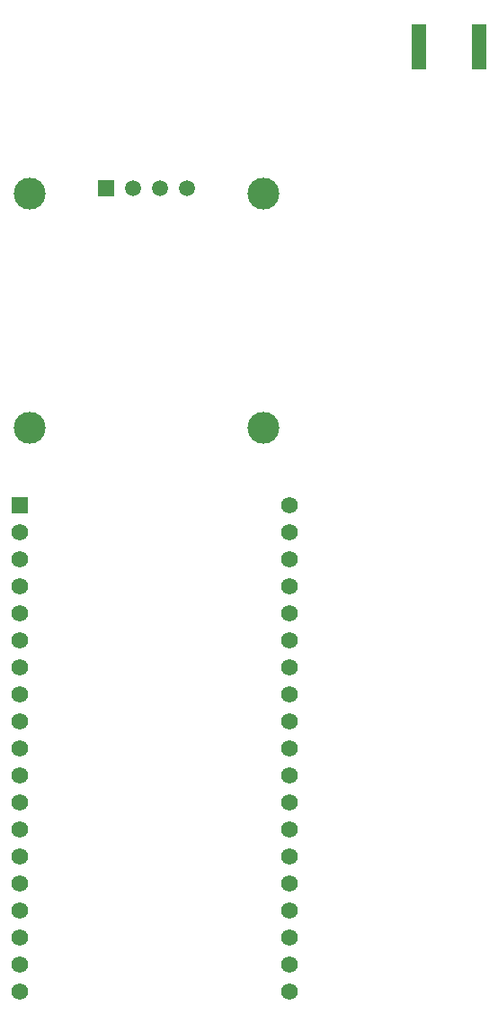
<source format=gbr>
%TF.GenerationSoftware,KiCad,Pcbnew,8.0.8*%
%TF.CreationDate,2025-03-27T02:04:05-07:00*%
%TF.ProjectId,basicPCB,62617369-6350-4434-922e-6b696361645f,rev?*%
%TF.SameCoordinates,Original*%
%TF.FileFunction,Copper,L2,Bot*%
%TF.FilePolarity,Positive*%
%FSLAX46Y46*%
G04 Gerber Fmt 4.6, Leading zero omitted, Abs format (unit mm)*
G04 Created by KiCad (PCBNEW 8.0.8) date 2025-03-27 02:04:05*
%MOMM*%
%LPD*%
G01*
G04 APERTURE LIST*
%TA.AperFunction,ComponentPad*%
%ADD10R,1.560000X1.560000*%
%TD*%
%TA.AperFunction,ComponentPad*%
%ADD11C,1.560000*%
%TD*%
%TA.AperFunction,SMDPad,CuDef*%
%ADD12R,1.350000X4.200000*%
%TD*%
%TA.AperFunction,ComponentPad*%
%ADD13R,1.508000X1.508000*%
%TD*%
%TA.AperFunction,ComponentPad*%
%ADD14C,1.508000*%
%TD*%
%TA.AperFunction,ComponentPad*%
%ADD15C,3.000000*%
%TD*%
G04 APERTURE END LIST*
D10*
%TO.P,U1,1,3V3*%
%TO.N,+3.3V*%
X83100000Y-99280000D03*
D11*
%TO.P,U1,2,EN*%
%TO.N,unconnected-(U1-EN-Pad2)*%
X83100000Y-101820000D03*
%TO.P,U1,3,VP*%
%TO.N,unconnected-(U1-VP-Pad3)*%
X83100000Y-104360000D03*
%TO.P,U1,4,VN*%
%TO.N,unconnected-(U1-VN-Pad4)*%
X83100000Y-106900000D03*
%TO.P,U1,5,34*%
%TO.N,unconnected-(U1-34-Pad5)*%
X83100000Y-109440000D03*
%TO.P,U1,6,35*%
%TO.N,unconnected-(U1-35-Pad6)*%
X83100000Y-111980000D03*
%TO.P,U1,7,32*%
%TO.N,unconnected-(U1-32-Pad7)*%
X83100000Y-114520000D03*
%TO.P,U1,8,33*%
%TO.N,unconnected-(U1-33-Pad8)*%
X83100000Y-117060000D03*
%TO.P,U1,9,25*%
%TO.N,unconnected-(U1-25-Pad9)*%
X83100000Y-119600000D03*
%TO.P,U1,10,26*%
%TO.N,unconnected-(U1-26-Pad10)*%
X83100000Y-122140000D03*
%TO.P,U1,11,27*%
%TO.N,unconnected-(U1-27-Pad11)*%
X83100000Y-124680000D03*
%TO.P,U1,12,14*%
%TO.N,unconnected-(U1-14-Pad12)*%
X83100000Y-127220000D03*
%TO.P,U1,13,12*%
%TO.N,unconnected-(U1-12-Pad13)*%
X83100000Y-129760000D03*
%TO.P,U1,14,GND*%
%TO.N,Net-(U1-GND-Pad14)*%
X83100000Y-132300000D03*
%TO.P,U1,15,13*%
%TO.N,unconnected-(U1-13-Pad15)*%
X83100000Y-134840000D03*
%TO.P,U1,16,D2*%
%TO.N,unconnected-(U1-D2-Pad16)*%
X83100000Y-137380000D03*
%TO.P,U1,17,D3*%
%TO.N,unconnected-(U1-D3-Pad17)*%
X83100000Y-139920000D03*
%TO.P,U1,18,CMD*%
%TO.N,unconnected-(U1-CMD-Pad18)*%
X83100000Y-142460000D03*
%TO.P,U1,19,5V*%
%TO.N,+5V*%
X83100000Y-145000000D03*
%TO.P,U1,20,GND*%
%TO.N,Net-(U1-GND-Pad14)*%
X108500000Y-99280000D03*
%TO.P,U1,21,23*%
%TO.N,Net-(U1-23)*%
X108500000Y-101820000D03*
%TO.P,U1,22,22*%
%TO.N,Net-(U2-SCL)*%
X108500000Y-104360000D03*
%TO.P,U1,23,TX*%
%TO.N,unconnected-(U1-TX-Pad23)*%
X108500000Y-106900000D03*
%TO.P,U1,24,RX*%
%TO.N,unconnected-(U1-RX-Pad24)*%
X108500000Y-109440000D03*
%TO.P,U1,25,21*%
%TO.N,unconnected-(U1-21-Pad25)*%
X108500000Y-111980000D03*
%TO.P,U1,26,GND*%
%TO.N,Net-(U1-GND-Pad14)*%
X108500000Y-114520000D03*
%TO.P,U1,27,19*%
%TO.N,unconnected-(U1-19-Pad27)*%
X108500000Y-117060000D03*
%TO.P,U1,28,18*%
%TO.N,unconnected-(U1-18-Pad28)*%
X108500000Y-119600000D03*
%TO.P,U1,29,5*%
%TO.N,unconnected-(U1-5-Pad29)*%
X108500000Y-122140000D03*
%TO.P,U1,30,17*%
%TO.N,unconnected-(U1-17-Pad30)*%
X108500000Y-124680000D03*
%TO.P,U1,31,16*%
%TO.N,unconnected-(U1-16-Pad31)*%
X108500000Y-127220000D03*
%TO.P,U1,32,4*%
%TO.N,unconnected-(U1-4-Pad32)*%
X108500000Y-129760000D03*
%TO.P,U1,33,0*%
%TO.N,unconnected-(U1-0-Pad33)*%
X108500000Y-132300000D03*
%TO.P,U1,34,2*%
%TO.N,unconnected-(U1-2-Pad34)*%
X108500000Y-134840000D03*
%TO.P,U1,35,15*%
%TO.N,unconnected-(U1-15-Pad35)*%
X108500000Y-137380000D03*
%TO.P,U1,36,D1*%
%TO.N,unconnected-(U1-D1-Pad36)*%
X108500000Y-139920000D03*
%TO.P,U1,37,D0*%
%TO.N,unconnected-(U1-D0-Pad37)*%
X108500000Y-142460000D03*
%TO.P,U1,38,CLK*%
%TO.N,unconnected-(U1-CLK-Pad38)*%
X108500000Y-145000000D03*
%TD*%
D12*
%TO.P,J1,2_2*%
%TO.N,GND*%
X126325000Y-56200000D03*
%TO.P,J1,3_2*%
X120675000Y-56200000D03*
%TD*%
D13*
%TO.P,U2,1,GND*%
%TO.N,GND*%
X91190000Y-69500000D03*
D14*
%TO.P,U2,2,VCC_IN*%
%TO.N,+3.3V*%
X93730000Y-69500000D03*
%TO.P,U2,3,SCL*%
%TO.N,Net-(U2-SCL)*%
X96270000Y-69500000D03*
%TO.P,U2,4,SDA*%
%TO.N,Net-(U1-23)*%
X98810000Y-69500000D03*
D15*
%TO.P,U2,S1*%
%TO.N,N/C*%
X84000000Y-70000000D03*
%TO.P,U2,S2*%
X106000000Y-70000000D03*
%TO.P,U2,S3*%
X106000000Y-92000000D03*
%TO.P,U2,S4*%
X84000000Y-92000000D03*
%TD*%
M02*

</source>
